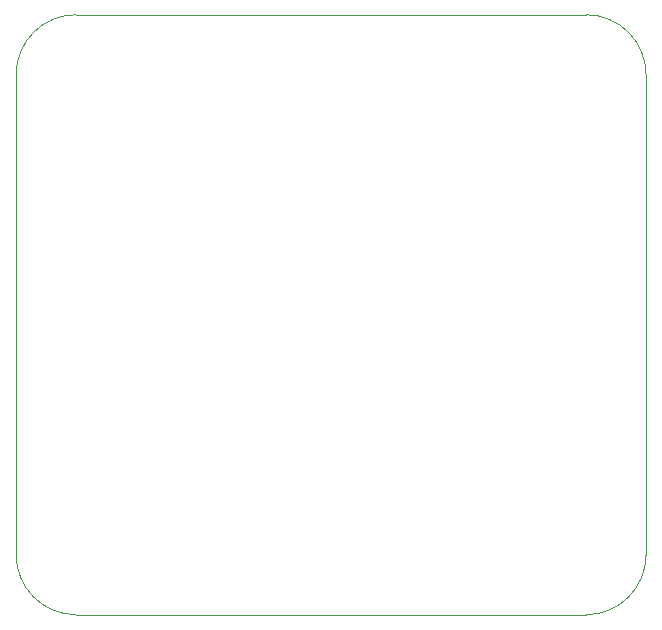
<source format=gbr>
%TF.GenerationSoftware,KiCad,Pcbnew,(5.1.6)-1*%
%TF.CreationDate,2021-01-23T20:41:05+01:00*%
%TF.ProjectId,Ricevitore-Trasmettitore_ATMega328,52696365-7669-4746-9f72-652d54726173,rev?*%
%TF.SameCoordinates,Original*%
%TF.FileFunction,Profile,NP*%
%FSLAX46Y46*%
G04 Gerber Fmt 4.6, Leading zero omitted, Abs format (unit mm)*
G04 Created by KiCad (PCBNEW (5.1.6)-1) date 2021-01-23 20:41:05*
%MOMM*%
%LPD*%
G01*
G04 APERTURE LIST*
%TA.AperFunction,Profile*%
%ADD10C,0.050000*%
%TD*%
G04 APERTURE END LIST*
D10*
X66040000Y-91440000D02*
X66040000Y-132080000D01*
X114300000Y-86360000D02*
X71120000Y-86360000D01*
X119380000Y-132080000D02*
X119380000Y-91440000D01*
X71120000Y-137160000D02*
X114300000Y-137160000D01*
X119380000Y-132080000D02*
G75*
G02*
X114300000Y-137160000I-5080000J0D01*
G01*
X71120000Y-137160000D02*
G75*
G02*
X66040000Y-132080000I0J5080000D01*
G01*
X66040000Y-91440000D02*
G75*
G02*
X71120000Y-86360000I5080000J0D01*
G01*
X114300000Y-86360000D02*
G75*
G02*
X119380000Y-91440000I0J-5080000D01*
G01*
M02*

</source>
